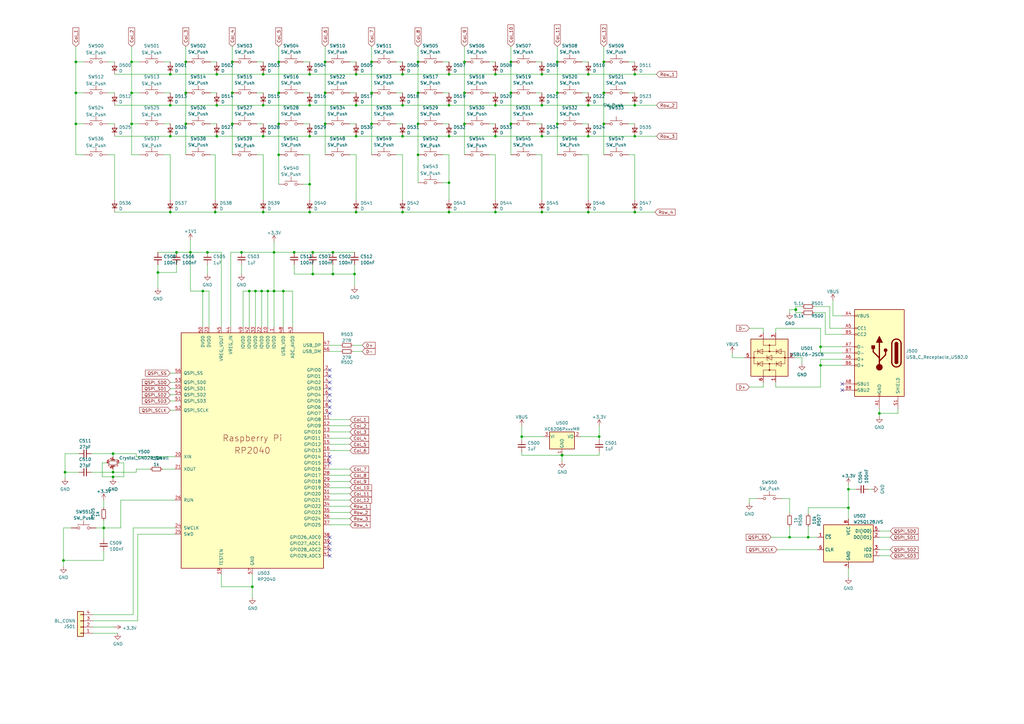
<source format=kicad_sch>
(kicad_sch (version 20211123) (generator eeschema)
  (paper "A3")
  (junction (at 241.3 55.88))
  (junction (at 245.745 179.07))
  (junction (at 247.65 25.4))
  (junction (at 323.85 220.345))
  (junction (at 171.45 25.4))
  (junction (at 127 86.995))
  (junction (at 127 30.48))
  (junction (at 31.115 25.4))
  (junction (at 146.05 30.48))
  (junction (at 76.2 50.8))
  (junction (at 109.855 119.38))
  (junction (at 114.3 50.8))
  (junction (at 88.265 86.995))
  (junction (at 120.65 103.505))
  (junction (at 114.3 63.5))
  (junction (at 260.35 43.18))
  (junction (at 26.035 229.87))
  (junction (at 171.45 63.5))
  (junction (at 152.4 38.1))
  (junction (at 213.995 179.07))
  (junction (at 222.25 55.88))
  (junction (at 203.2 30.48))
  (junction (at 127 43.18))
  (junction (at 69.85 30.48))
  (junction (at 116.205 119.38))
  (junction (at 203.2 86.995))
  (junction (at 146.05 86.995))
  (junction (at 331.47 220.345))
  (junction (at 102.235 119.38))
  (junction (at 165.1 30.48))
  (junction (at 184.15 86.995))
  (junction (at 69.85 86.995))
  (junction (at 165.1 86.995))
  (junction (at 247.65 50.8))
  (junction (at 241.3 43.18))
  (junction (at 230.505 186.69) (diameter 1.016))
  (junction (at 46.355 186.055))
  (junction (at 241.3 86.995))
  (junction (at 133.35 50.8))
  (junction (at 222.25 86.995))
  (junction (at 209.55 50.8))
  (junction (at 72.39 103.505))
  (junction (at 360.68 169.545))
  (junction (at 165.1 43.18))
  (junction (at 114.3 38.1))
  (junction (at 260.35 86.995))
  (junction (at 46.355 195.58))
  (junction (at 88.9 55.88))
  (junction (at 165.1 55.88))
  (junction (at 136.525 103.505))
  (junction (at 133.35 25.4))
  (junction (at 88.9 30.48))
  (junction (at 78.105 103.505))
  (junction (at 76.2 25.4))
  (junction (at 203.2 55.88))
  (junction (at 127 55.88))
  (junction (at 347.98 200.66))
  (junction (at 146.05 43.18))
  (junction (at 76.2 38.1))
  (junction (at 209.55 25.4))
  (junction (at 241.3 30.48))
  (junction (at 107.95 30.48))
  (junction (at 136.525 112.395))
  (junction (at 107.95 43.18))
  (junction (at 184.15 55.88))
  (junction (at 85.09 103.505))
  (junction (at 99.06 103.505))
  (junction (at 326.39 127) (diameter 1.016))
  (junction (at 83.185 119.38))
  (junction (at 228.6 38.1))
  (junction (at 103.505 240.665))
  (junction (at 247.65 38.1))
  (junction (at 127 75.565))
  (junction (at 133.35 38.1))
  (junction (at 69.85 43.18))
  (junction (at 53.975 25.4))
  (junction (at 347.98 208.28))
  (junction (at 190.5 25.4))
  (junction (at 46.355 193.675))
  (junction (at 146.05 55.88))
  (junction (at 228.6 50.8))
  (junction (at 64.77 111.76))
  (junction (at 88.9 43.18))
  (junction (at 107.95 55.88))
  (junction (at 128.27 112.395))
  (junction (at 145.415 112.395))
  (junction (at 336.55 149.86))
  (junction (at 128.27 103.505))
  (junction (at 31.115 38.1))
  (junction (at 203.2 43.18))
  (junction (at 209.55 38.1))
  (junction (at 95.25 38.1))
  (junction (at 114.3 25.4))
  (junction (at 336.55 142.24))
  (junction (at 190.5 38.1))
  (junction (at 260.35 30.48))
  (junction (at 222.25 30.48))
  (junction (at 95.25 50.8))
  (junction (at 190.5 50.8))
  (junction (at 171.45 50.8))
  (junction (at 31.115 50.8))
  (junction (at 184.15 74.93))
  (junction (at 53.975 50.8))
  (junction (at 152.4 25.4))
  (junction (at 107.95 86.995))
  (junction (at 260.35 55.88))
  (junction (at 95.25 25.4))
  (junction (at 42.545 216.535))
  (junction (at 112.395 119.38))
  (junction (at 107.315 119.38))
  (junction (at 184.15 30.48))
  (junction (at 152.4 50.8))
  (junction (at 53.975 38.1))
  (junction (at 26.67 193.675))
  (junction (at 222.25 43.18))
  (junction (at 112.395 103.505))
  (junction (at 69.85 55.88))
  (junction (at 104.775 119.38))
  (junction (at 228.6 25.4))
  (junction (at 171.45 38.1))
  (junction (at 184.15 43.18))
  (no_connect (at 135.255 189.865))
  (no_connect (at 135.255 161.925))
  (no_connect (at 345.44 160.02))
  (no_connect (at 135.255 187.325))
  (no_connect (at 135.255 220.345))
  (no_connect (at 135.255 156.845))
  (no_connect (at 135.255 151.765))
  (no_connect (at 345.44 157.48))
  (no_connect (at 135.255 159.385))
  (no_connect (at 135.255 154.305))
  (no_connect (at 135.255 222.885))
  (no_connect (at 135.255 169.545))
  (no_connect (at 135.255 167.005))
  (no_connect (at 135.255 225.425))
  (no_connect (at 135.255 227.965))
  (no_connect (at 135.255 164.465))
  (wire (pts (xy 46.99 30.48) (xy 69.85 30.48)))
  (wire (pts (xy 307.34 206.375) (xy 307.34 204.47)))
  (wire (pts (xy 238.76 50.8) (xy 241.3 50.8)))
  (wire (pts (xy 55.88 187.325) (xy 71.755 187.325)))
  (wire (pts (xy 326.39 125.73) (xy 326.39 127)))
  (wire (pts (xy 76.2 25.4) (xy 76.2 38.1)))
  (wire (pts (xy 162.56 63.5) (xy 165.1 63.5)))
  (wire (pts (xy 133.35 25.4) (xy 133.35 38.1)))
  (wire (pts (xy 238.76 38.1) (xy 241.3 38.1)))
  (wire (pts (xy 334.01 125.73) (xy 340.36 125.73)))
  (wire (pts (xy 67.31 25.4) (xy 69.85 25.4)))
  (wire (pts (xy 112.395 103.505) (xy 120.65 103.505)))
  (wire (pts (xy 120.65 112.395) (xy 128.27 112.395)))
  (wire (pts (xy 323.85 127) (xy 323.85 128.27)))
  (wire (pts (xy 53.975 25.4) (xy 57.15 25.4)))
  (wire (pts (xy 56.515 219.075) (xy 56.515 254.635)))
  (wire (pts (xy 64.77 111.76) (xy 64.77 118.11)))
  (wire (pts (xy 76.2 50.8) (xy 76.2 63.5)))
  (wire (pts (xy 200.66 50.8) (xy 203.2 50.8)))
  (wire (pts (xy 95.25 25.4) (xy 95.25 38.1)))
  (wire (pts (xy 114.3 38.1) (xy 114.3 50.8)))
  (wire (pts (xy 107.315 119.38) (xy 107.315 133.985)))
  (wire (pts (xy 148.59 144.145) (xy 144.78 144.145)))
  (wire (pts (xy 37.465 193.675) (xy 46.355 193.675)))
  (wire (pts (xy 184.15 63.5) (xy 181.61 63.5)))
  (wire (pts (xy 99.695 119.38) (xy 102.235 119.38)))
  (wire (pts (xy 300.355 146.685) (xy 300.355 144.78)))
  (wire (pts (xy 102.235 119.38) (xy 102.235 133.985)))
  (wire (pts (xy 128.27 103.505) (xy 136.525 103.505)))
  (wire (pts (xy 53.975 19.05) (xy 53.975 25.4)))
  (wire (pts (xy 318.77 225.425) (xy 335.28 225.425)))
  (wire (pts (xy 26.67 186.055) (xy 26.67 193.675)))
  (wire (pts (xy 99.06 103.505) (xy 112.395 103.505)))
  (wire (pts (xy 95.25 50.8) (xy 95.25 63.5)))
  (wire (pts (xy 46.355 193.675) (xy 55.88 193.675)))
  (wire (pts (xy 326.39 128.27) (xy 328.93 128.27)))
  (wire (pts (xy 69.85 86.995) (xy 88.265 86.995)))
  (wire (pts (xy 228.6 25.4) (xy 228.6 38.1)))
  (wire (pts (xy 184.15 86.995) (xy 203.2 86.995)))
  (wire (pts (xy 143.51 184.785) (xy 135.255 184.785)))
  (wire (pts (xy 66.675 192.405) (xy 71.755 192.405)))
  (wire (pts (xy 146.05 30.48) (xy 165.1 30.48)))
  (wire (pts (xy 107.95 30.48) (xy 127 30.48)))
  (wire (pts (xy 54.61 252.095) (xy 54.61 216.535)))
  (wire (pts (xy 357.505 200.66) (xy 356.235 200.66)))
  (wire (pts (xy 146.05 63.5) (xy 146.05 81.915)))
  (wire (pts (xy 171.45 50.8) (xy 171.45 63.5)))
  (wire (pts (xy 26.67 193.675) (xy 26.67 196.215)))
  (wire (pts (xy 112.395 119.38) (xy 116.205 119.38)))
  (wire (pts (xy 41.91 189.865) (xy 41.91 195.58)))
  (wire (pts (xy 67.31 63.5) (xy 69.85 63.5)))
  (wire (pts (xy 368.3 169.545) (xy 360.68 169.545)))
  (wire (pts (xy 165.1 43.18) (xy 184.15 43.18)))
  (wire (pts (xy 76.2 19.05) (xy 76.2 25.4)))
  (wire (pts (xy 190.5 25.4) (xy 190.5 38.1)))
  (wire (pts (xy 69.85 156.845) (xy 71.755 156.845)))
  (wire (pts (xy 181.61 50.8) (xy 184.15 50.8)))
  (wire (pts (xy 347.98 200.66) (xy 347.98 208.28)))
  (wire (pts (xy 86.36 63.5) (xy 88.265 63.5)))
  (wire (pts (xy 143.51 172.085) (xy 135.255 172.085)))
  (wire (pts (xy 38.1 257.175) (xy 46.99 257.175)))
  (wire (pts (xy 148.59 141.605) (xy 144.78 141.605)))
  (wire (pts (xy 88.9 30.48) (xy 107.95 30.48)))
  (wire (pts (xy 133.35 50.8) (xy 133.985 50.8)))
  (wire (pts (xy 219.71 25.4) (xy 222.25 25.4)))
  (wire (pts (xy 247.65 19.05) (xy 247.65 25.4)))
  (wire (pts (xy 323.85 210.82) (xy 323.85 204.47)))
  (wire (pts (xy 320.675 204.47) (xy 323.85 204.47)))
  (wire (pts (xy 336.55 142.24) (xy 336.55 134.62)))
  (wire (pts (xy 331.47 220.345) (xy 335.28 220.345)))
  (wire (pts (xy 124.46 38.1) (xy 127 38.1)))
  (wire (pts (xy 109.855 119.38) (xy 112.395 119.38)))
  (wire (pts (xy 116.205 119.38) (xy 116.205 133.985)))
  (wire (pts (xy 146.05 86.995) (xy 165.1 86.995)))
  (wire (pts (xy 67.31 38.1) (xy 69.85 38.1)))
  (wire (pts (xy 323.85 215.9) (xy 323.85 220.345)))
  (wire (pts (xy 39.37 216.535) (xy 42.545 216.535)))
  (wire (pts (xy 184.15 55.88) (xy 203.2 55.88)))
  (wire (pts (xy 31.115 50.8) (xy 31.115 63.5)))
  (wire (pts (xy 318.135 134.62) (xy 318.135 136.525)))
  (wire (pts (xy 124.46 25.4) (xy 127 25.4)))
  (wire (pts (xy 31.115 38.1) (xy 31.115 50.8)))
  (wire (pts (xy 222.25 63.5) (xy 222.25 81.915)))
  (wire (pts (xy 323.85 220.345) (xy 331.47 220.345)))
  (wire (pts (xy 209.55 50.8) (xy 209.55 63.5)))
  (wire (pts (xy 104.775 119.38) (xy 104.775 133.985)))
  (wire (pts (xy 85.09 103.505) (xy 90.805 103.505)))
  (wire (pts (xy 31.115 25.4) (xy 34.29 25.4)))
  (wire (pts (xy 69.85 63.5) (xy 69.85 81.915)))
  (wire (pts (xy 38.1 252.095) (xy 54.61 252.095)))
  (wire (pts (xy 146.05 55.88) (xy 165.1 55.88)))
  (wire (pts (xy 340.36 125.73) (xy 340.36 134.62)))
  (wire (pts (xy 143.51 200.025) (xy 135.255 200.025)))
  (wire (pts (xy 107.95 55.88) (xy 127 55.88)))
  (wire (pts (xy 107.95 43.18) (xy 127 43.18)))
  (wire (pts (xy 328.93 125.73) (xy 326.39 125.73)))
  (wire (pts (xy 69.85 168.275) (xy 71.755 168.275)))
  (wire (pts (xy 257.81 25.4) (xy 260.35 25.4)))
  (wire (pts (xy 105.41 38.1) (xy 107.95 38.1)))
  (wire (pts (xy 326.39 127) (xy 326.39 128.27)))
  (wire (pts (xy 260.35 43.18) (xy 269.24 43.18)))
  (wire (pts (xy 360.68 169.545) (xy 360.68 167.64)))
  (wire (pts (xy 139.7 144.145) (xy 135.255 144.145)))
  (wire (pts (xy 360.68 170.815) (xy 360.68 169.545)))
  (wire (pts (xy 83.185 119.38) (xy 85.725 119.38)))
  (wire (pts (xy 260.35 55.88) (xy 269.24 55.88)))
  (wire (pts (xy 46.355 195.58) (xy 46.355 196.215)))
  (wire (pts (xy 190.5 38.1) (xy 190.5 50.8)))
  (wire (pts (xy 313.055 156.845) (xy 313.055 158.75)))
  (wire (pts (xy 345.44 142.24) (xy 336.55 142.24)))
  (wire (pts (xy 209.55 19.05) (xy 209.55 25.4)))
  (wire (pts (xy 128.27 112.395) (xy 128.27 108.585)))
  (wire (pts (xy 340.36 134.62) (xy 345.44 134.62)))
  (wire (pts (xy 245.745 185.42) (xy 245.745 186.69)))
  (wire (pts (xy 127 55.88) (xy 146.05 55.88)))
  (wire (pts (xy 203.2 63.5) (xy 203.2 81.915)))
  (wire (pts (xy 190.5 19.05) (xy 190.5 25.4)))
  (wire (pts (xy 116.205 119.38) (xy 120.015 119.38)))
  (wire (pts (xy 31.115 63.5) (xy 34.29 63.5)))
  (wire (pts (xy 90.805 103.505) (xy 90.805 133.985)))
  (wire (pts (xy 360.68 220.345) (xy 365.125 220.345)))
  (wire (pts (xy 247.65 38.1) (xy 247.65 50.8)))
  (wire (pts (xy 143.51 63.5) (xy 146.05 63.5)))
  (wire (pts (xy 345.44 149.86) (xy 336.55 149.86)))
  (wire (pts (xy 95.25 38.1) (xy 95.25 50.8)))
  (wire (pts (xy 136.525 112.395) (xy 145.415 112.395)))
  (wire (pts (xy 120.015 119.38) (xy 120.015 133.985)))
  (wire (pts (xy 241.3 63.5) (xy 241.3 81.915)))
  (wire (pts (xy 31.115 19.05) (xy 31.115 25.4)))
  (wire (pts (xy 360.68 225.425) (xy 365.125 225.425)))
  (wire (pts (xy 143.51 202.565) (xy 135.255 202.565)))
  (wire (pts (xy 184.15 43.18) (xy 203.2 43.18)))
  (wire (pts (xy 44.45 50.8) (xy 46.99 50.8)))
  (wire (pts (xy 345.44 144.78) (xy 336.55 144.78)))
  (wire (pts (xy 38.1 259.715) (xy 48.26 259.715)))
  (wire (pts (xy 336.55 158.75) (xy 318.135 158.75)))
  (wire (pts (xy 107.315 119.38) (xy 109.855 119.38)))
  (wire (pts (xy 184.15 81.915) (xy 184.15 74.93)))
  (wire (pts (xy 143.51 182.245) (xy 135.255 182.245)))
  (wire (pts (xy 200.66 25.4) (xy 203.2 25.4)))
  (wire (pts (xy 209.55 25.4) (xy 209.55 38.1)))
  (wire (pts (xy 46.355 195.58) (xy 50.8 195.58)))
  (wire (pts (xy 162.56 25.4) (xy 165.1 25.4)))
  (wire (pts (xy 102.235 119.38) (xy 104.775 119.38)))
  (wire (pts (xy 78.105 103.505) (xy 85.09 103.505)))
  (wire (pts (xy 181.61 38.1) (xy 184.15 38.1)))
  (wire (pts (xy 50.8 195.58) (xy 50.8 189.865)))
  (wire (pts (xy 103.505 245.11) (xy 103.505 240.665)))
  (wire (pts (xy 241.3 86.995) (xy 260.35 86.995)))
  (wire (pts (xy 328.93 146.685) (xy 328.93 149.225)))
  (wire (pts (xy 44.45 38.1) (xy 46.99 38.1)))
  (wire (pts (xy 69.85 164.465) (xy 71.755 164.465)))
  (wire (pts (xy 76.2 38.1) (xy 76.2 50.8)))
  (wire (pts (xy 53.975 50.8) (xy 53.975 63.5)))
  (wire (pts (xy 345.44 129.54) (xy 341.63 129.54)))
  (wire (pts (xy 127 43.18) (xy 146.05 43.18)))
  (wire (pts (xy 124.46 50.8) (xy 127 50.8)))
  (wire (pts (xy 143.51 174.625) (xy 135.255 174.625)))
  (wire (pts (xy 139.7 141.605) (xy 135.255 141.605)))
  (wire (pts (xy 347.98 236.855) (xy 347.98 233.045)))
  (wire (pts (xy 127 75.565) (xy 127 81.915)))
  (wire (pts (xy 133.35 19.05) (xy 133.35 25.4)))
  (wire (pts (xy 42.545 226.06) (xy 42.545 229.87)))
  (wire (pts (xy 54.61 216.535) (xy 71.755 216.535)))
  (wire (pts (xy 213.995 174.625) (xy 213.995 179.07)))
  (wire (pts (xy 46.355 186.055) (xy 55.88 186.055)))
  (wire (pts (xy 181.61 25.4) (xy 184.15 25.4)))
  (wire (pts (xy 222.25 86.995) (xy 241.3 86.995)))
  (wire (pts (xy 72.39 108.585) (xy 72.39 111.76)))
  (wire (pts (xy 103.505 240.665) (xy 103.505 235.585)))
  (wire (pts (xy 69.85 55.88) (xy 88.9 55.88)))
  (wire (pts (xy 86.36 50.8) (xy 88.9 50.8)))
  (wire (pts (xy 247.65 50.8) (xy 247.65 63.5)))
  (wire (pts (xy 37.465 186.055) (xy 46.355 186.055)))
  (wire (pts (xy 53.975 50.8) (xy 57.15 50.8)))
  (wire (pts (xy 345.44 137.16) (xy 338.455 137.16)))
  (wire (pts (xy 307.34 158.75) (xy 313.055 158.75)))
  (wire (pts (xy 112.395 119.38) (xy 112.395 103.505)))
  (wire (pts (xy 120.65 112.395) (xy 120.65 108.585)))
  (wire (pts (xy 213.995 180.34) (xy 213.995 179.07)))
  (wire (pts (xy 152.4 19.05) (xy 152.4 25.4)))
  (wire (pts (xy 114.3 50.8) (xy 114.3 63.5)))
  (wire (pts (xy 360.68 227.965) (xy 365.125 227.965)))
  (wire (pts (xy 94.615 103.505) (xy 99.06 103.505)))
  (wire (pts (xy 331.47 208.28) (xy 347.98 208.28)))
  (wire (pts (xy 69.85 159.385) (xy 71.755 159.385)))
  (wire (pts (xy 69.85 43.18) (xy 88.9 43.18)))
  (wire (pts (xy 114.3 25.4) (xy 114.3 38.1)))
  (wire (pts (xy 347.98 200.66) (xy 351.155 200.66)))
  (wire (pts (xy 325.755 146.685) (xy 328.93 146.685)))
  (wire (pts (xy 26.67 193.675) (xy 32.385 193.675)))
  (wire (pts (xy 203.2 55.88) (xy 222.25 55.88)))
  (wire (pts (xy 53.975 38.1) (xy 57.15 38.1)))
  (wire (pts (xy 318.135 158.75) (xy 318.135 156.845)))
  (wire (pts (xy 133.35 50.8) (xy 133.35 63.5)))
  (wire (pts (xy 46.355 192.405) (xy 46.355 193.675)))
  (wire (pts (xy 213.995 179.07) (xy 222.885 179.07)))
  (wire (pts (xy 127 63.5) (xy 127 75.565)))
  (wire (pts (xy 171.45 63.5) (xy 171.45 74.93)))
  (wire (pts (xy 203.2 43.18) (xy 222.25 43.18)))
  (wire (pts (xy 53.975 25.4) (xy 53.975 38.1)))
  (wire (pts (xy 43.815 189.865) (xy 41.91 189.865)))
  (wire (pts (xy 241.3 30.48) (xy 260.35 30.48)))
  (wire (pts (xy 143.51 197.485) (xy 135.255 197.485)))
  (wire (pts (xy 200.66 63.5) (xy 203.2 63.5)))
  (wire (pts (xy 222.25 30.48) (xy 241.3 30.48)))
  (wire (pts (xy 78.105 119.38) (xy 83.185 119.38)))
  (wire (pts (xy 213.995 185.42) (xy 213.995 186.69)))
  (wire (pts (xy 50.8 189.865) (xy 48.895 189.865)))
  (wire (pts (xy 165.1 86.995) (xy 184.15 86.995)))
  (wire (pts (xy 219.71 38.1) (xy 222.25 38.1)))
  (wire (pts (xy 120.65 103.505) (xy 128.27 103.505)))
  (wire (pts (xy 90.805 235.585) (xy 90.805 240.665)))
  (wire (pts (xy 143.51 205.105) (xy 135.255 205.105)))
  (wire (pts (xy 209.55 38.1) (xy 209.55 50.8)))
  (wire (pts (xy 238.125 179.07) (xy 245.745 179.07)))
  (wire (pts (xy 171.45 25.4) (xy 171.45 38.1)))
  (wire (pts (xy 165.1 55.88) (xy 184.15 55.88)))
  (wire (pts (xy 238.76 63.5) (xy 241.3 63.5)))
  (wire (pts (xy 360.68 217.805) (xy 365.125 217.805)))
  (wire (pts (xy 213.995 186.69) (xy 230.505 186.69)))
  (wire (pts (xy 133.35 38.1) (xy 133.35 50.8)))
  (wire (pts (xy 55.88 192.405) (xy 55.88 193.675)))
  (wire (pts (xy 88.9 43.18) (xy 107.95 43.18)))
  (wire (pts (xy 260.35 30.48) (xy 269.24 30.48)))
  (wire (pts (xy 336.55 144.78) (xy 336.55 142.24)))
  (wire (pts (xy 67.31 50.8) (xy 69.85 50.8)))
  (wire (pts (xy 257.81 50.8) (xy 260.35 50.8)))
  (wire (pts (xy 307.34 204.47) (xy 310.515 204.47)))
  (wire (pts (xy 190.5 50.8) (xy 190.5 63.5)))
  (wire (pts (xy 368.3 167.64) (xy 368.3 169.545)))
  (wire (pts (xy 136.525 103.505) (xy 145.415 103.505)))
  (wire (pts (xy 44.45 25.4) (xy 46.99 25.4)))
  (wire (pts (xy 99.06 108.585) (xy 99.06 112.395)))
  (wire (pts (xy 83.185 133.985) (xy 83.185 119.38)))
  (wire (pts (xy 146.05 43.18) (xy 165.1 43.18)))
  (wire (pts (xy 336.55 147.32) (xy 345.44 147.32)))
  (wire (pts (xy 165.1 63.5) (xy 165.1 81.915)))
  (wire (pts (xy 26.035 232.41) (xy 26.035 229.87)))
  (wire (pts (xy 338.455 128.27) (xy 334.01 128.27)))
  (wire (pts (xy 228.6 50.8) (xy 228.6 63.5)))
  (wire (pts (xy 245.745 180.34) (xy 245.745 179.07)))
  (wire (pts (xy 143.51 177.165) (xy 135.255 177.165)))
  (wire (pts (xy 127 86.995) (xy 146.05 86.995)))
  (wire (pts (xy 105.41 50.8) (xy 107.95 50.8)))
  (wire (pts (xy 336.55 134.62) (xy 318.135 134.62)))
  (wire (pts (xy 26.035 229.87) (xy 42.545 229.87)))
  (wire (pts (xy 86.36 25.4) (xy 88.9 25.4)))
  (wire (pts (xy 69.85 153.035) (xy 71.755 153.035)))
  (wire (pts (xy 105.41 63.5) (xy 107.95 63.5)))
  (wire (pts (xy 72.39 111.76) (xy 64.77 111.76)))
  (wire (pts (xy 347.98 198.755) (xy 347.98 200.66)))
  (wire (pts (xy 143.51 194.945) (xy 135.255 194.945)))
  (wire (pts (xy 112.395 103.505) (xy 112.395 99.06)))
  (wire (pts (xy 69.85 30.48) (xy 88.9 30.48)))
  (wire (pts (xy 305.435 146.685) (xy 300.355 146.685)))
  (wire (pts (xy 222.25 43.18) (xy 241.3 43.18)))
  (wire (pts (xy 331.47 210.82) (xy 331.47 208.28)))
  (wire (pts (xy 124.46 75.565) (xy 127 75.565)))
  (wire (pts (xy 88.9 55.88) (xy 107.95 55.88)))
  (wire (pts (xy 336.55 149.86) (xy 336.55 147.32)))
  (wire (pts (xy 257.81 63.5) (xy 260.35 63.5)))
  (wire (pts (xy 114.3 63.5) (xy 114.3 75.565)))
  (wire (pts (xy 313.055 136.525) (xy 313.055 134.62)))
  (wire (pts (xy 127 30.48) (xy 146.05 30.48)))
  (wire (pts (xy 46.99 55.88) (xy 69.85 55.88)))
  (wire (pts (xy 85.09 108.585) (xy 85.09 112.395)))
  (wire (pts (xy 143.51 210.185) (xy 135.255 210.185)))
  (wire (pts (xy 112.395 119.38) (xy 112.395 133.985)))
  (wire (pts (xy 42.545 213.36) (xy 42.545 216.535)))
  (wire (pts (xy 107.95 63.5) (xy 107.95 81.915)))
  (wire (pts (xy 32.385 186.055) (xy 26.67 186.055)))
  (wire (pts (xy 46.99 43.18) (xy 69.85 43.18)))
  (wire (pts (xy 49.53 216.535) (xy 42.545 216.535)))
  (wire (pts (xy 85.725 133.985) (xy 85.725 119.38)))
  (wire (pts (xy 260.35 86.995) (xy 268.605 86.995)))
  (wire (pts (xy 46.99 63.5) (xy 46.99 81.915)))
  (wire (pts (xy 341.63 123.19) (xy 341.63 129.54)))
  (wire (pts (xy 31.115 25.4) (xy 31.115 38.1)))
  (wire (pts (xy 78.105 98.425) (xy 78.105 103.505)))
  (wire (pts (xy 152.4 25.4) (xy 152.4 38.1)))
  (wire (pts (xy 88.265 63.5) (xy 88.265 81.915)))
  (wire (pts (xy 55.88 192.405) (xy 61.595 192.405)))
  (wire (pts (xy 162.56 50.8) (xy 165.1 50.8)))
  (wire (pts (xy 136.525 112.395) (xy 136.525 108.585)))
  (wire (pts (xy 86.36 38.1) (xy 88.9 38.1)))
  (wire (pts (xy 336.55 149.86) (xy 336.55 158.75)))
  (wire (pts (xy 219.71 50.8) (xy 222.25 50.8)))
  (wire (pts (xy 241.3 55.88) (xy 260.35 55.88)))
  (wire (pts (xy 88.265 86.995) (xy 107.95 86.995)))
  (wire (pts (xy 71.755 205.105) (xy 49.53 205.105)))
  (wire (pts (xy 228.6 38.1) (xy 228.6 50.8)))
  (wire (pts (xy 41.91 195.58) (xy 46.355 195.58)))
  (wire (pts (xy 245.745 186.69) (xy 230.505 186.69)))
  (wire (pts (xy 222.25 63.5) (xy 219.71 63.5)))
  (wire (pts (xy 46.99 86.995) (xy 69.85 86.995)))
  (wire (pts (xy 145.415 112.395) (xy 145.415 117.475)))
  (wire (pts (xy 109.855 119.38) (xy 109.855 133.985)))
  (wire (pts (xy 316.23 220.345) (xy 323.85 220.345)))
  (wire (pts (xy 26.035 216.535) (xy 29.21 216.535)))
  (wire (pts (xy 203.2 30.48) (xy 222.25 30.48)))
  (wire (pts (xy 49.53 205.105) (xy 49.53 216.535)))
  (wire (pts (xy 241.3 43.18) (xy 260.35 43.18)))
  (wire (pts (xy 55.88 186.055) (xy 55.88 187.325)))
  (wire (pts (xy 152.4 50.8) (xy 152.4 63.5)))
  (wire (pts (xy 124.46 63.5) (xy 127 63.5)))
  (wire (pts (xy 42.545 205.105) (xy 42.545 208.28)))
  (wire (pts (xy 42.545 216.535) (xy 42.545 220.98)))
  (wire (pts (xy 64.77 108.585) (xy 64.77 111.76)))
  (wire (pts (xy 347.98 208.28) (xy 347.98 212.725)))
  (wire (pts (xy 104.775 119.38) (xy 107.315 119.38)))
  (wire (pts (xy 143.51 215.265) (xy 135.255 215.265)))
  (wire (pts (xy 230.505 189.23) (xy 230.505 186.69)))
  (wire (pts (xy 203.2 86.995) (xy 222.25 86.995)))
  (wire (pts (xy 95.25 19.05) (xy 95.25 25.4)))
  (wire (pts (xy 44.45 63.5) (xy 46.99 63.5)))
  (wire (pts (xy 184.15 30.48) (xy 203.2 30.48)))
  (wire (pts (xy 31.115 50.8) (xy 34.29 50.8)))
  (wire (pts (xy 143.51 207.645) (xy 135.255 207.645)))
  (wire (pts (xy 31.115 38.1) (xy 34.29 38.1)))
  (wire (pts (xy 69.85 161.925) (xy 71.755 161.925)))
  (wire (pts (xy 107.95 86.995) (xy 127 86.995)))
  (wire (pts (xy 165.1 30.48) (xy 184.15 30.48)))
  (wire (pts (xy 145.415 112.395) (xy 145.415 108.585)))
  (wire (pts (xy 307.34 134.62) (xy 313.055 134.62)))
  (wire (pts (xy 331.47 215.9) (xy 331.47 220.345)))
  (wire (pts (xy 257.81 38.1) (xy 260.35 38.1)))
  (wire (pts (xy 238.76 25.4) (xy 241.3 25.4)))
  (wire (pts (xy 46.355 186.055) (xy 46.355 187.325)))
  (wire (pts (xy 162.56 38.1) (xy 165.1 38.1)))
  (wire (pts (xy 260.35 63.5) (xy 260.35 81.915)))
  (wire (pts (xy 143.51 38.1) (xy 146.05 38.1)))
  (wire (pts (xy 71.755 219.075) (xy 56.515 219.075)))
  (wire (pts (xy 171.45 19.05) (xy 171.45 25.4)))
  (wire (pts (xy 338.455 137.16) (xy 338.455 128.27)))
  (wire (pts (xy 114.3 19.05) (xy 114.3 25.4)))
  (wire (pts (xy 247.65 25.4) (xy 247.65 38.1)))
  (wire (pts (xy 90.805 240.665) (xy 103.505 240.665)))
  (wire (pts (xy 171.45 38.1) (xy 171.45 50.8)))
  (wire (pts (xy 184.15 74.93) (xy 184.15 63.5)))
  (wire (pts (xy 128.27 112.395) (xy 136.525 112.395)))
  (wire (pts (xy 228.6 19.05) (xy 228.6 25.4)))
  (wire (pts (xy 143.51 179.705) (xy 135.255 179.705)))
  (wire (pts (xy 152.4 38.1) (xy 152.4 50.8)))
  (wire (pts (xy 245.745 174.625) (xy 245.745 179.07)))
  (wire (pts (xy 78.105 103.505) (xy 78.105 119.38)))
  (wire (pts (xy 143.51 212.725) (xy 135.255 212.725)))
  (wire (pts (xy 64.77 103.505) (xy 72.39 103.505)))
  (wire (pts (xy 200.66 38.1) (xy 203.2 38.1)))
  (wire (pts (xy 222.25 55.88) (xy 241.3 55.88)))
  (wire (pts (xy 143.51 50.8) (xy 146.05 50.8)))
  (wire (pts (xy 38.1 254.635) (xy 56.515 254.635)))
  (wire (pts (xy 181.61 74.93) (xy 184.15 74.93)))
  (wire (pts (xy 72.39 103.505) (xy 78.105 103.505)))
  (wire (pts (xy 94.615 103.505) (xy 94.615 133.985)))
  (wire (pts (xy 53.975 63.5) (xy 57.15 63.5)))
  (wire (pts (xy 99.695 133.985) (xy 99.695 119.38)))
  (wire (pts (xy 143.51 192.405) (xy 135.255 192.405)))
  (wire (pts (xy 143.51 25.4) (xy 146.05 25.4)))
  (wire (pts (xy 326.39 127) (xy 323.85 127)))
  (wire (pts (xy 105.41 25.4) (xy 107.95 25.4)))
  (wire (pts (xy 26.035 229.87) (xy 26.035 216.535)))
  (wire (pts (xy 53.975 38.1) (xy 53.975 50.8)))
  (global_label "QSPI_SCLK" (shape input) (at 69.85 168.275 180) (property "Intersheet References" "${INTERSHEET_REFS}" (effects hide)))
  (global_label "QSPI_SD0" (shape input) (at 365.125 217.805 0) (property "Intersheet References" "${INTERSHEET_REFS}" (effects hide)))
  (global_label "QSPI_SD1" (shape input) (at 365.125 220.345 0) (property "Intersheet References" "${INTERSHEET_REFS}" (effects hide)))
  (global_label "Col_6" (shape input) (at 143.51 184.785 0) (property "Intersheet References" "${INTERSHEET_REFS}" (effects hide)))
  (global_label "Row_1" (shape input) (at 269.24 30.48 0) (property "Intersheet References" "${INTERSHEET_REFS}" (effects hide)))
  (global_label "Row_4" (shape input) (at 143.51 215.265 0) (property "Intersheet References" "${INTERSHEET_REFS}" (effects hide)))
  (global_label "QSPI_SS" (shape input) (at 316.23 220.345 180) (property "Intersheet References" "${INTERSHEET_REFS}" (effects hide)))
  (global_label "QSPI_SD2" (shape input) (at 69.85 161.925 180) (property "Intersheet References" "${INTERSHEET_REFS}" (effects hide)))
  (global_label "QSPI_SD1" (shape input) (at 69.85 159.385 180) (property "Intersheet References" "${INTERSHEET_REFS}" (effects hide)))
  (global_label "Row_2" (shape input) (at 143.51 210.185 0) (property "Intersheet References" "${INTERSHEET_REFS}" (effects hide)))
  (global_label "Col_12" (shape input) (at 247.65 19.05 90) (property "Intersheet References" "${INTERSHEET_REFS}" (effects hide)))
  (global_label "QSPI_SD3" (shape input) (at 69.85 164.465 180) (property "Intersheet References" "${INTERSHEET_REFS}" (effects hide)))
  (global_label "Row_2" (shape input) (at 269.24 43.18 0) (property "Intersheet References" "${INTERSHEET_REFS}" (effects hide)))
  (global_label "Col_8" (shape input) (at 143.51 194.945 0) (property "Intersheet References" "${INTERSHEET_REFS}" (effects hide)))
  (global_label "Col_9" (shape input) (at 143.51 197.485 0) (property "Intersheet References" "${INTERSHEET_REFS}" (effects hide)))
  (global_label "D+" (shape input) (at 148.59 141.605 0) (property "Intersheet References" "${INTERSHEET_REFS}" (effects hide)))
  (global_label "Col_3" (shape input) (at 76.2 19.05 90) (property "Intersheet References" "${INTERSHEET_REFS}" (effects hide)))
  (global_label "Col_4" (shape input) (at 95.25 19.05 90) (property "Intersheet References" "${INTERSHEET_REFS}" (effects hide)))
  (global_label "Row_4" (shape input) (at 268.605 86.995 0) (property "Intersheet References" "${INTERSHEET_REFS}" (effects hide)))
  (global_label "Col_8" (shape input) (at 171.45 19.05 90) (property "Intersheet References" "${INTERSHEET_REFS}" (effects hide)))
  (global_label "D+" (shape input) (at 307.34 158.75 180) (property "Intersheet References" "${INTERSHEET_REFS}" (effects hide)))
  (global_label "Col_2" (shape input) (at 143.51 174.625 0) (property "Intersheet References" "${INTERSHEET_REFS}" (effects hide)))
  (global_label "Col_5" (shape input) (at 143.51 182.245 0) (property "Intersheet References" "${INTERSHEET_REFS}" (effects hide)))
  (global_label "Col_1" (shape input) (at 31.115 19.05 90) (property "Intersheet References" "${INTERSHEET_REFS}" (effects hide)))
  (global_label "QSPI_SD0" (shape input) (at 69.85 156.845 180) (property "Intersheet References" "${INTERSHEET_REFS}" (effects hide)))
  (global_label "Col_7" (shape input) (at 152.4 19.05 90) (property "Intersheet References" "${INTERSHEET_REFS}" (effects hide)))
  (global_label "Row_3" (shape input) (at 269.24 55.88 0) (property "Intersheet References" "${INTERSHEET_REFS}" (effects hide)))
  (global_label "Row_1" (shape input) (at 143.51 207.645 0) (property "Intersheet References" "${INTERSHEET_REFS}" (effects hide)))
  (global_label "D-" (shape input) (at 148.59 144.145 0) (property "Intersheet References" "${INTERSHEET_REFS}" (effects hide)))
  (global_label "Col_11" (shape input) (at 143.51 202.565 0) (property "Intersheet References" "${INTERSHEET_REFS}" (effects hide)))
  (global_label "Col_2" (shape input) (at 53.975 19.05 90) (property "Intersheet References" "${INTERSHEET_REFS}" (effects hide)))
  (global_label "QSPI_SD2" (shape input) (at 365.125 225.425 0) (property "Intersheet References" "${INTERSHEET_REFS}" (effects hide)))
  (global_label "Col_10" (shape input) (at 209.55 19.05 90) (property "Intersheet References" "${INTERSHEET_REFS}" (effects hide)))
  (global_label "QSPI_SS" (shape input) (at 69.85 153.035 180) (property "Intersheet References" "${INTERSHEET_REFS}" (effects hide)))
  (global_label "Col_10" (shape input) (at 143.51 200.025 0) (property "Intersheet References" "${INTERSHEET_REFS}" (effects hide)))
  (global_label "QSPI_SD3" (shape input) (at 365.125 227.965 0) (property "Intersheet References" "${INTERSHEET_REFS}" (effects hide)))
  (global_label "D-" (shape input) (at 307.34 134.62 180) (property "Intersheet References" "${INTERSHEET_REFS}" (effects hide)))
  (global_label "Col_12" (shape input) (at 143.51 205.105 0) (property "Intersheet References" "${INTERSHEET_REFS}" (effects hide)))
  (global_label "Col_5" (shape input) (at 114.3 19.05 90) (property "Intersheet References" "${INTERSHEET_REFS}" (effects hide)))
  (global_label "Col_3" (shape input) (at 143.51 177.165 0) (property "Intersheet References" "${INTERSHEET_REFS}" (effects hide)))
  (global_label "Col_11" (shape input) (at 228.6 19.05 90) (property "Intersheet References" "${INTERSHEET_REFS}" (effects hide)))
  (global_label "Col_9" (shape input) (at 190.5 19.05 90) (property "Intersheet References" "${INTERSHEET_REFS}" (effects hide)))
  (global_label "QSPI_SCLK" (shape input) (at 318.77 225.425 180) (property "Intersheet References" "${INTERSHEET_REFS}" (effects hide)))
  (global_label "Col_6" (shape input) (at 133.35 19.05 90) (property "Intersheet References" "${INTERSHEET_REFS}" (effects hide)))
  (global_label "Col_1" (shape input) (at 143.51 172.085 0) (property "Intersheet References" "${INTERSHEET_REFS}" (effects hide)))
  (global_label "Col_4" (shape input) (at 143.51 179.705 0) (property "Intersheet References" "${INTERSHEET_REFS}" (effects hide)))
  (global_label "Row_3" (shape input) (at 143.51 212.725 0) (property "Intersheet References" "${INTERSHEET_REFS}" (effects hide)))
  (global_label "Col_7" (shape input) (at 143.51 192.405 0) (property "Intersheet References" "${INTERSHEET_REFS}" (effects hide)))
  (symbol (lib_id "Device:R_Small") (at 142.24 144.145 90) (unit 1)
    (property "Reference" "R502" (at 142.24 148.59 90))
    (property "Value" "27R" (at 142.24 146.685 90))
    (property "Footprint" "Resistor_SMD:R_0402_1005Metric" (effects hide))
  )
  (symbol (lib_id "Device:C_Small") (at 136.525 106.045 0) (unit 1)
    (property "Reference" "C502" (at 138.8491 105.2166 0) (effects (justify left)))
    (property "Value" "100nF" (at 138.8491 107.7535 0) (effects (justify left)))
    (property "Footprint" "Capacitor_SMD:C_0402_1005Metric" (effects hide))
  )
  (symbol (lib_id "power:VBUS") (at 300.355 144.78 0) (unit 1)
    (property "Reference" "#PWR018" (effects hide))
    (property "Value" "VBUS" (at 300.355 141.2042 0))
  )
  (symbol (lib_id "Device:D_Small") (at 107.95 40.64 90) (unit 1)
    (property "Reference" "D515" (at 109.728 39.4716 90) (effects (justify right)))
    (property "Value" "D" (at 109.728 41.783 90) (effects (justify right)))
    (property "Footprint" "weteor:D_SOD-123" (effects hide))
  )
  (symbol (lib_id "Switch:SW_Push") (at 81.28 25.4 0) (unit 1)
    (property "Reference" "SW502" (at 81.28 18.7792 0))
    (property "Value" "SW_Push" (at 81.28 21.3161 0))
    (property "Footprint" "weteor:CherryMX_Hotswap" (effects hide))
  )
  (symbol (lib_id "Device:D_Small") (at 241.3 84.455 90) (unit 1)
    (property "Reference" "D546" (at 243.078 83.2866 90) (effects (justify right)))
    (property "Value" "D" (at 243.078 85.598 90) (effects (justify right)))
    (property "Footprint" "weteor:D_SOD-123" (effects hide))
  )
  (symbol (lib_id "Switch:SW_Push") (at 119.38 50.8 0) (unit 1)
    (property "Reference" "SW528" (at 119.38 44.1792 0))
    (property "Value" "SW_Push" (at 119.38 46.7161 0))
    (property "Footprint" "weteor:CherryMX_Hotswap" (effects hide))
  )
  (symbol (lib_id "Switch:SW_Push") (at 100.33 50.8 0) (unit 1)
    (property "Reference" "SW527" (at 100.33 44.1792 0))
    (property "Value" "SW_Push" (at 100.33 46.7161 0))
    (property "Footprint" "weteor:CherryMX_Hotswap" (effects hide))
  )
  (symbol (lib_id "Switch:SW_Push") (at 62.23 63.5 0) (unit 1)
    (property "Reference" "SW537" (at 62.23 56.8792 0))
    (property "Value" "SW_Push" (at 62.23 59.69 0))
    (property "Footprint" "weteor:CherryMX_Hotswap" (effects hide))
  )
  (symbol (lib_id "Device:D_Small") (at 165.1 27.94 90) (unit 1)
    (property "Reference" "D506" (at 166.878 26.7716 90) (effects (justify right)))
    (property "Value" "D" (at 166.878 29.083 90) (effects (justify right)))
    (property "Footprint" "weteor:D_SOD-123" (effects hide))
  )
  (symbol (lib_id "Device:D_Small") (at 146.05 84.455 90) (unit 1)
    (property "Reference" "D541" (at 147.828 83.2866 90) (effects (justify right)))
    (property "Value" "D" (at 147.828 85.598 90) (effects (justify right)))
    (property "Footprint" "weteor:D_SOD-123" (effects hide))
  )
  (symbol (lib_id "Device:D_Small") (at 222.25 40.64 90) (unit 1)
    (property "Reference" "D521" (at 224.028 39.4716 90) (effects (justify right)))
    (property "Value" "D" (at 224.028 41.783 90) (effects (justify right)))
    (property "Footprint" "weteor:D_SOD-123" (effects hide))
  )
  (symbol (lib_id "Device:D_Small") (at 203.2 40.64 90) (unit 1)
    (property "Reference" "D520" (at 204.978 39.4716 90) (effects (justify right)))
    (property "Value" "D" (at 204.978 41.783 90) (effects (justify right)))
    (property "Footprint" "weteor:D_SOD-123" (effects hide))
  )
  (symbol (lib_id "Switch:SW_Push") (at 81.28 50.8 0) (unit 1)
    (property "Reference" "SW526" (at 81.28 44.1792 0))
    (property "Value" "SW_Push" (at 81.28 46.7161 0))
    (property "Footprint" "weteor:CherryMX_Hotswap" (effects hide))
  )
  (symbol (lib_id "Device:C_Small") (at 353.695 200.66 90) (unit 1)
    (property "Reference" "C504" (at 352.8666 198.3359 0) (effects (justify left)))
    (property "Value" "100nF" (at 355.4035 198.3359 0) (effects (justify left)))
    (property "Footprint" "Capacitor_SMD:C_0402_1005Metric" (effects hide))
  )
  (symbol (lib_id "Switch:SW_Push") (at 119.38 75.565 0) (unit 1)
    (property "Reference" "SW540" (at 119.38 68.9442 0))
    (property "Value" "SW_Push" (at 119.38 71.4811 0))
    (property "Footprint" "weteor:CherryMX_Hotswap_2u_stabs" (effects hide))
  )
  (symbol (lib_id "Switch:SW_Push") (at 62.23 50.8 0) (unit 1)
    (property "Reference" "SW525" (at 62.23 44.1792 0))
    (property "Value" "SW_Push" (at 62.23 46.99 0))
    (property "Footprint" "weteor:CherryMX_Hotswap" (effects hide))
  )
  (symbol (lib_id "Switch:SW_Push") (at 157.48 50.8 0) (unit 1)
    (property "Reference" "SW535" (at 157.48 44.1792 0))
    (property "Value" "SW_Push" (at 157.48 46.7161 0))
    (property "Footprint" "weteor:CherryMX_Hotswap" (effects hide))
  )
  (symbol (lib_id "Device:R_Small") (at 64.135 192.405 90) (unit 1)
    (property "Reference" "R504" (at 64.135 187.9686 90))
    (property "Value" "1k" (at 64.135 190.5055 90))
    (property "Footprint" "Resistor_SMD:R_0402_1005Metric" (effects hide))
  )
  (symbol (lib_id "Device:C_Small") (at 120.65 106.045 0) (unit 1)
    (property "Reference" "C513" (at 122.9741 105.2166 0) (effects (justify left)))
    (property "Value" "100nF" (at 122.9741 107.7535 0) (effects (justify left)))
    (property "Footprint" "Capacitor_SMD:C_0402_1005Metric" (effects hide))
  )
  (symbol (lib_id "Device:D_Small") (at 184.15 53.34 90) (unit 1)
    (property "Reference" "D532" (at 185.928 52.1716 90) (effects (justify right)))
    (property "Value" "D" (at 185.928 54.483 90) (effects (justify right)))
    (property "Footprint" "weteor:D_SOD-123" (effects hide))
  )
  (symbol (lib_id "Switch:SW_Push") (at 119.38 38.1 0) (unit 1)
    (property "Reference" "SW516" (at 119.38 31.4792 0))
    (property "Value" "SW_Push" (at 119.38 34.0161 0))
    (property "Footprint" "weteor:CherryMX_Hotswap" (effects hide))
  )
  (symbol (lib_id "Switch:SW_Push") (at 138.43 25.4 0) (unit 1)
    (property "Reference" "SW510" (at 138.43 18.7792 0))
    (property "Value" "SW_Push" (at 138.43 21.3161 0))
    (property "Footprint" "weteor:CherryMX_Hotswap" (effects hide))
  )
  (symbol (lib_id "Device:D_Small") (at 241.3 40.64 90) (unit 1)
    (property "Reference" "D522" (at 243.078 39.4716 90) (effects (justify right)))
    (property "Value" "D" (at 243.078 41.783 90) (effects (justify right)))
    (property "Footprint" "weteor:D_SOD-123" (effects hide))
  )
  (symbol (lib_id "Connector_Generic:Conn_01x04") (at 33.02 257.175 180) (unit 1)
    (property "Reference" "J501" (at 30.988 256.9718 0) (effects (justify left)))
    (property "Value" "BL_CONN" (at 30.988 254.6604 0) (effects (justify left)))
    (property "Footprint" "Connector_PinHeader_2.54mm:PinHeader_1x04_P2.54mm_Vertical" (effects hide))
  )
  (symbol (lib_id "Switch:SW_Push") (at 176.53 63.5 0) (unit 1)
    (property "Reference" "SW542" (at 176.53 56.8792 0))
    (property "Value" "SW_Push" (at 176.53 59.69 0))
    (property "Footprint" "weteor:CherryMX_Hotswap_3u_stabs" (effects hide))
  )
  (symbol (lib_id "power:GND") (at 46.355 196.215 0) (unit 1)
    (property "Reference" "#PWR027" (effects hide))
    (property "Value" "GND" (at 46.355 200.6584 0))
  )
  (symbol (lib_id "Device:C_Small") (at 99.06 106.045 0) (unit 1)
    (property "Reference" "C503" (at 101.3841 105.2166 0) (effects (justify left)))
    (property "Value" "1uF" (at 101.3841 107.7535 0) (effects (justify left)))
    (property "Footprint" "Capacitor_SMD:C_0402_1005Metric" (effects hide))
  )
  (symbol (lib_id "Switch:SW_Push") (at 62.23 25.4 0) (unit 1)
    (property "Reference" "SW501" (at 62.23 18.7792 0))
    (property "Value" "SW_Push" (at 62.23 21.59 0))
    (property "Footprint" "weteor:CherryMX_Hotswap" (effects hide))
  )
  (symbol (lib_id "power:+3.3V") (at 42.545 205.105 0) (unit 1)
    (property "Reference" "#PWR03" (effects hide))
    (property "Value" "+3.3V" (at 42.545 201.5292 0))
  )
  (symbol (lib_id "power:GND") (at 103.505 245.11 0) (unit 1)
    (property "Reference" "#PWR010" (effects hide))
    (property "Value" "GND" (at 103.632 249.5042 0))
  )
  (symbol (lib_id "Device:D_Small") (at 260.35 84.455 90) (unit 1)
    (property "Reference" "D547" (at 262.128 83.2866 90) (effects (justify right)))
    (property "Value" "D" (at 262.128 85.598 90) (effects (justify right)))
    (property "Footprint" "weteor:D_SOD-123" (effects hide))
  )
  (symbol (lib_id "Switch:SW_Push") (at 34.29 216.535 0) (unit 1)
    (property "Reference" "SW551" (at 34.29 209.9142 0))
    (property "Value" "SW_Push" (at 34.29 212.4511 0))
    (property "Footprint" "weteor:Micro_Push_Button_3x6x2.5mm" (effects hide))
  )
  (symbol (lib_id "Switch:SW_Push") (at 119.38 63.5 0) (unit 1)
    (property "Reference" "SW541" (at 119.38 56.8792 0))
    (property "Value" "SW_Push" (at 119.38 59.4161 0))
    (property "Footprint" "weteor:CherryMX_Hotswap_3u_stabs" (effects hide))
  )
  (symbol (lib_id "Device:D_Small") (at 88.9 40.64 90) (unit 1)
    (property "Reference" "D514" (at 90.678 39.4716 90) (effects (justify right)))
    (property "Value" "D" (at 90.678 41.783 90) (effects (justify right)))
    (property "Footprint" "weteor:D_SOD-123" (effects hide))
  )
  (symbol (lib_id "Switch:SW_Push") (at 100.33 25.4 0) (unit 1)
    (property "Reference" "SW503" (at 100.33 18.7792 0))
    (property "Value" "SW_Push" (at 100.33 21.3161 0))
    (property "Footprint" "weteor:CherryMX_Hotswap" (effects hide))
  )
  (symbol (lib_id "Switch:SW_Push") (at 138.43 50.8 0) (unit 1)
    (property "Reference" "SW534" (at 138.43 44.1792 0))
    (property "Value" "SW_Push" (at 138.43 46.7161 0))
    (property "Footprint" "weteor:CherryMX_Hotswap" (effects hide))
  )
  (symbol (lib_id "Device:D_Small") (at 88.9 27.94 90) (unit 1)
    (property "Reference" "D502" (at 90.678 26.7716 90) (effects (justify right)))
    (property "Value" "D" (at 90.678 29.083 90) (effects (justify right)))
    (property "Footprint" "weteor:D_SOD-123" (effects hide))
  )
  (symbol (lib_id "Switch:SW_Push") (at 214.63 50.8 0) (unit 1)
    (property "Reference" "SW531" (at 214.63 44.1792 0))
    (property "Value" "SW_Push" (at 214.63 46.7161 0))
    (property "Footprint" "weteor:CherryMX_Hotswap" (effects hide))
  )
  (symbol (lib_id "Power_Protection:USBLC6-2SC6") (at 315.595 146.685 90) (unit 1)
    (property "Reference" "U501" (at 330.9507 142.8583 90))
    (property "Value" "USBLC6-2SC6" (at 330.9507 145.3952 90))
    (property "Footprint" "Package_TO_SOT_SMD:SOT-23-6" (effects hide))
    (property "Datasheet" "https://www.st.com/resource/en/datasheet/usblc6-2.pdf" (effects hide))
  )
  (symbol (lib_id "Device:D_Small") (at 69.85 84.455 90) (unit 1)
    (property "Reference" "D537" (at 71.628 83.2866 90) (effects (justify right)))
    (property "Value" "D" (at 71.628 85.598 90) (effects (justify right)))
    (property "Footprint" "weteor:D_SOD-123" (effects hide))
  )
  (symbol (lib_id "Switch:SW_Push") (at 195.58 38.1 0) (unit 1)
    (property "Reference" "SW518" (at 195.58 31.4792 0))
    (property "Value" "SW_Push" (at 195.58 34.0161 0))
    (property "Footprint" "weteor:CherryMX_Hotswap" (effects hide))
  )
  (symbol (lib_id "Device:R_Small") (at 331.47 213.36 180) (unit 1)
    (property "Reference" "R507" (at 335.915 213.36 90))
    (property "Value" "10k" (at 334.01 213.36 90))
    (property "Footprint" "Resistor_SMD:R_0402_1005Metric" (effects hide))
  )
  (symbol (lib_id "Device:D_Small") (at 203.2 84.455 90) (unit 1)
    (property "Reference" "D544" (at 204.978 83.2866 90) (effects (justify right)))
    (property "Value" "D" (at 204.978 85.598 90) (effects (justify right)))
    (property "Footprint" "weteor:D_SOD-123" (effects hide))
  )
  (symbol (lib_id "Switch:SW_Push") (at 157.48 63.5 0) (unit 1)
    (property "Reference" "SW549" (at 157.48 56.8792 0))
    (property "Value" "SW_Push" (at 157.48 59.4161 0))
    (property "Footprint" "weteor:CherryMX_Hotswap" (effects hide))
  )
  (symbol (lib_id "power:+3.3V") (at 112.395 99.06 0) (unit 1)
    (property "Reference" "#PWR011" (effects hide))
    (property "Value" "+3.3V" (at 112.395 95.4842 0))
  )
  (symbol (lib_id "Switch:SW_Push") (at 100.33 63.5 0) (unit 1)
    (property "Reference" "SW539" (at 100.33 56.8792 0))
    (property "Value" "SW_Push" (at 100.33 59.69 0))
    (property "Footprint" "weteor:CherryMX_Hotswap_3u_stabs" (effects hide))
  )
  (symbol (lib_id "power:VBUS") (at 341.63 123.19 0) (unit 1)
    (property "Reference" "#PWR022" (effects hide))
    (property "Value" "VBUS" (at 341.63 119.6142 0))
  )
  (symbol (lib_id "Device:R_Small") (at 142.24 141.605 90) (unit 1)
    (property "Reference" "R503" (at 142.24 137.1686 90))
    (property "Value" "27R" (at 142.24 139.7055 90))
    (property "Footprint" "Resistor_SMD:R_0402_1005Metric" (effects hide))
  )
  (symbol (lib_id "power:+1V1") (at 78.105 98.425 0) (unit 1)
    (property "Reference" "#PWR07" (effects hide))
    (property "Value" "+1V1" (at 78.105 94.8492 0))
  )
  (symbol (lib_id "Device:D_Small") (at 69.85 53.34 90) (unit 1)
    (property "Reference" "D526" (at 71.628 52.1716 90) (effects (justify right)))
    (property "Value" "D" (at 71.628 54.483 90) (effects (justify right)))
    (property "Footprint" "weteor:D_SOD-123" (effects hide))
  )
  (symbol (lib_id "Device:R_Small") (at 331.47 128.27 270) (unit 1)
    (property "Reference" "R500" (at 335.28 129.54 90))
    (property "Value" "5.1k" (at 327.66 129.54 90))
    (property "Footprint" "Resistor_SMD:R_0402_1005Metric" (effects hide))
  )
  (symbol (lib_id "Switch:SW_Push") (at 157.48 38.1 0) (unit 1)
    (property "Reference" "SW523" (at 157.48 31.4792 0))
    (property "Value" "SW_Push" (at 157.48 34.0161 0))
    (property "Footprint" "weteor:CherryMX_Hotswap" (effects hide))
  )
  (symbol (lib_id "power:GND") (at 307.34 206.375 0) (unit 1)
    (property "Reference" "#PWR019" (effects hide))
    (property "Value" "GND" (at 307.34 210.8184 0))
  )
  (symbol (lib_id "Switch:SW_Push") (at 176.53 25.4 0) (unit 1)
    (property "Reference" "SW505" (at 176.53 18.7792 0))
    (property "Value" "SW_Push" (at 176.53 21.3161 0))
    (property "Footprint" "weteor:CherryMX_Hotswap" (effects hide))
  )
  (symbol (lib_id "Switch:SW_Push") (at 157.48 25.4 0) (unit 1)
    (property "Reference" "SW511" (at 157.48 18.7792 0))
    (property "Value" "SW_Push" (at 157.48 21.3161 0))
    (property "Footprint" "weteor:CherryMX_Hotswap" (effects hide))
  )
  (symbol (lib_id "Switch:SW_Push") (at 39.37 25.4 0) (unit 1)
    (property "Reference" "SW500" (at 39.37 18.7792 0))
    (property "Value" "SW_Push" (at 39.37 21.59 0))
    (property "Footprint" "weteor:CherryMX_Hotswap" (effects hide))
  )
  (symbol (lib_id "Switch:SW_Push") (at 214.63 25.4 0) (unit 1)
    (property "Reference" "SW507" (at 214.63 18.7792 0))
    (property "Value" "SW_Push" (at 214.63 21.3161 0))
    (property "Footprint" "weteor:CherryMX_Hotswap" (effects hide))
  )
  (symbol (lib_id "Switch:SW_Push") (at 176.53 74.93 0) (unit 1)
    (property "Reference" "SW543" (at 176.53 68.3092 0))
    (property "Value" "SW_Push" (at 176.53 71.12 0))
    (property "Footprint" "weteor:CherryMX_Hotswap_2u_stabs" (effects hide))
  )
  (symbol (lib_id "Switch:SW_Push") (at 138.43 38.1 0) (unit 1)
    (property "Reference" "SW522" (at 138.43 31.4792 0))
    (property "Value" "SW_Push" (at 138.43 34.0161 0))
    (property "Footprint" "weteor:CherryMX_Hotswap" (effects hide))
  )
  (symbol (lib_id "Device:D_Small") (at 69.85 27.94 90) (unit 1)
    (property "Reference" "D501" (at 71.628 26.7716 90) (effects (justify right)))
    (property "Value" "D" (at 71.628 29.083 90) (effects (justify right)))
    (property "Footprint" "weteor:D_SOD-123" (effects hide))
  )
  (symbol (lib_id "Device:R_Small") (at 323.85 213.36 180) (unit 1)
    (property "Reference" "R506" (at 328.295 213.36 90))
    (property "Value" "1k" (at 326.39 213.36 90))
    (property "Footprint" "Resistor_SMD:R_0402_1005Metric" (effects hide))
  )
  (symbol (lib_id "Switch:SW_Push") (at 195.58 25.4 0) (unit 1)
    (property "Reference" "SW506" (at 195.58 18.7792 0))
    (property "Value" "SW_Push" (at 195.58 21.3161 0))
    (property "Footprint" "weteor:CherryMX_Hotswap" (effects hide))
  )
  (symbol (lib_id "power:GND") (at 48.26 259.715 0) (unit 1)
    (property "Reference" "#PWR05" (effects hide))
    (property "Value" "GND" (at 48.387 264.1092 0))
  )
  (symbol (lib_id "Device:D_Small") (at 184.15 40.64 90) (unit 1)
    (property "Reference" "D519" (at 185.928 39.4716 90) (effects (justify right)))
    (property "Value" "D" (at 185.928 41.783 90) (effects (justify right)))
    (property "Footprint" "weteor:D_SOD-123" (effects hide))
  )
  (symbol (lib_id "Switch:SW_Push") (at 195.58 63.5 0) (unit 1)
    (property "Reference" "SW544" (at 195.58 56.8792 0))
    (property "Value" "SW_Push" (at 195.58 59.69 0))
    (property "Footprint" "weteor:CherryMX_Hotswap_3u_stabs" (effects hide))
  )
  (symbol (lib_id "power:GND") (at 99.06 112.395 0) (unit 1)
    (property "Reference" "#PWR09" (effects hide))
    (property "Value" "GND" (at 99.06 116.8384 0))
  )
  (symbol (lib_id "Switch:SW_Push") (at 233.68 63.5 0) (unit 1)
    (property "Reference" "SW546" (at 233.68 56.8792 0))
    (property "Value" "SW_Push" (at 233.68 59.4161 0))
    (property "Footprint" "weteor:CherryMX_Hotswap" (effects hide))
  )
  (symbol (lib_id "Device:D_Small") (at 260.35 27.94 90) (unit 1)
    (property "Reference" "D511" (at 262.128 26.7716 90) (effects (justify right)))
    (property "Value" "D" (at 262.128 29.083 90) (effects (justify right)))
    (property "Footprint" "weteor:D_SOD-123" (effects hide))
  )
  (symbol (lib_id "Device:C_Small") (at 34.925 193.675 90) (unit 1)
    (property "Reference" "C510" (at 34.9313 188.4131 90))
    (property "Value" "27pF" (at 34.9313 190.95 90))
    (property "Footprint" "Capacitor_SMD:C_0402_1005Metric" (effects hide))
  )
  (symbol (lib_id "Device:D_Small") (at 184.15 27.94 90) (unit 1)
    (property "Reference" "D507" (at 185.928 26.7716 90) (effects (justify right)))
    (property "Value" "D" (at 185.928 29.083 90) (effects (justify right)))
    (property "Footprint" "weteor:D_SOD-123" (effects hide))
  )
  (symbol (lib_id "Device:D_Small") (at 46.99 84.455 90) (unit 1)
    (property "Reference" "D536" (at 48.768 83.2866 90) (effects (justify right)))
    (property "Value" "D" (at 48.768 85.598 90) (effects (justify right)))
    (property "Footprint" "weteor:D_SOD-123" (effects hide))
  )
  (symbol (lib_id "power:GND") (at 323.85 128.27 0) (unit 1)
    (property "Reference" "#PWR020" (effects hide))
    (property "Value" "GND" (at 323.977 132.6642 0))
  )
  (symbol (lib_id "Switch:SW_Push") (at 315.595 204.47 0) (unit 1)
    (property "Reference" "SW550" (at 315.595 197.8492 0))
    (property "Value" "SW_Push" (at 315.595 200.3861 0))
    (property "Footprint" "weteor:Micro_Push_Button_3x6x2.5mm" (effects hide))
  )
  (symbol (lib_id "Switch:SW_Push") (at 62.23 38.1 0) (unit 1)
    (property "Reference" "SW513" (at 62.23 31.4792 0))
    (property "Value" "SW_Push" (at 62.23 34.29 0))
    (property "Footprint" "weteor:CherryMX_Hotswap" (effects hide))
  )
  (symbol (lib_id "Switch:SW_Push") (at 252.73 50.8 0) (unit 1)
    (property "Reference" "SW533" (at 252.73 44.1792 0))
    (property "Value" "SW_Push" (at 251.46 43.18 0))
    (property "Footprint" "weteor:CherryMX_Hotswap" (effects hide))
  )
  (symbol (lib_id "Device:D_Small") (at 241.3 27.94 90) (unit 1)
    (property "Reference" "D510" (at 243.078 26.7716 90) (effects (justify right)))
    (property "Value" "D" (at 243.078 29.083 90) (effects (justify right)))
    (property "Footprint" "weteor:D_SOD-123" (effects hide))
  )
  (symbol (lib_id "Switch:SW_Push") (at 39.37 50.8 0) (unit 1)
    (property "Reference" "SW524" (at 39.37 44.1792 0))
    (property "Value" "SW_Push" (at 39.37 46.99 0))
    (property "Footprint" "weteor:CherryMX_Hotswap" (effects hide))
  )
  (symbol (lib_id "Device:D_Small") (at 222.25 53.34 90) (unit 1)
    (property "Reference" "D534" (at 224.028 52.1716 90) (effects (justify right)))
    (property "Value" "D" (at 224.028 54.483 90) (effects (justify right)))
    (property "Footprint" "weteor:D_SOD-123" (effects hide))
  )
  (symbol (lib_id "Device:D_Small") (at 88.9 53.34 90) (unit 1)
    (property "Reference" "D527" (at 90.678 52.1716 90) (effects (justify right)))
    (property "Value" "D" (at 90.678 54.483 90) (effects (justify right)))
    (property "Footprint" "weteor:D_SOD-123" (effects hide))
  )
  (symbol (lib_id "Switch:SW_Push") (at 100.33 38.1 0) (unit 1)
    (property "Reference" "SW515" (at 100.33 31.4792 0))
    (property "Value" "SW_Push" (at 100.33 34.0161 0))
    (property "Footprint" "weteor:CherryMX_Hotswap" (effects hide))
  )
  (symbol (lib_id "Switch:SW_Push") (at 138.43 63.5 0) (unit 1)
    (property "Reference" "SW548" (at 138.43 56.8792 0))
    (property "Value" "SW_Push" (at 138.43 59.4161 0))
    (property "Footprint" "weteor:CherryMX_Hotswap" (effects hide))
  )
  (symbol (lib_id "Device:R_Small") (at 42.545 210.82 0) (unit 1)
    (property "Reference" "R505" (at 38.1 210.82 90))
    (property "Value" "1k" (at 40.005 210.82 90))
    (property "Footprint" "Resistor_SMD:R_0402_1005Metric" (effects hide))
  )
  (symbol (lib_id "Switch:SW_Push") (at 214.63 38.1 0) (unit 1)
    (property "Reference" "SW519" (at 214.63 31.4792 0))
    (property "Value" "SW_Push" (at 214.63 34.0161 0))
    (property "Footprint" "weteor:CherryMX_Hotswap" (effects hide))
  )
  (symbol (lib_id "Switch:SW_Push") (at 233.68 25.4 0) (unit 1)
    (property "Reference" "SW508" (at 233.68 18.7792 0))
    (property "Value" "SW_Push" (at 233.68 21.3161 0))
    (property "Footprint" "weteor:CherryMX_Hotswap" (effects hide))
  )
  (symbol (lib_id "Switch:SW_Push") (at 176.53 50.8 0) (unit 1)
    (property "Reference" "SW529" (at 176.53 44.1792 0))
    (property "Value" "SW_Push" (at 176.53 46.7161 0))
    (property "Footprint" "weteor:CherryMX_Hotswap" (effects hide))
  )
  (symbol (lib_id "power:GND") (at 85.09 112.395 0) (unit 1)
    (property "Reference" "#PWR08" (effects hide))
    (property "Value" "GND" (at 85.09 116.8384 0))
  )
  (symbol (lib_id "Device:D_Small") (at 127 53.34 90) (unit 1)
    (property "Reference" "D529" (at 128.778 52.1716 90) (effects (justify right)))
    (property "Value" "D" (at 128.778 54.483 90) (effects (justify right)))
    (property "Footprint" "weteor:D_SOD-123" (effects hide))
  )
  (symbol (lib_id "Device:D_Small") (at 46.99 40.64 90) (unit 1)
    (property "Reference" "D512" (at 48.768 39.4716 90) (effects (justify right)))
    (property "Value" "D" (at 48.768 41.783 90) (effects (justify right)))
    (property "Footprint" "weteor:D_SOD-123" (effects hide))
  )
  (symbol (lib_id "Device:C_Small") (at 145.415 106.045 0) (unit 1)
    (property "Reference" "C512" (at 147.7391 105.2166 0) (effects (justify left)))
    (property "Value" "100nF" (at 147.7391 107.7535 0) (effects (justify left)))
    (property "Footprint" "Capacitor_SMD:C_0402_1005Metric" (effects hide))
  )
  (symbol (lib_id "Switch:SW_Push") (at 39.37 63.5 0) (unit 1)
    (property "Reference" "SW536" (at 39.37 56.8792 0))
    (property "Value" "SW_Push" (at 39.37 59.69 0))
    (property "Footprint" "weteor:CherryMX_Hotswap" (effects hide))
  )
  (symbol (lib_id "Device:D_Small") (at 184.15 84.455 90) (unit 1)
    (property "Reference" "D543" (at 185.928 83.2866 90) (effects (justify right)))
    (property "Value" "D" (at 185.928 85.598 90) (effects (justify right)))
    (property "Footprint" "weteor:D_SOD-123" (effects hide))
  )
  (symbol (lib_id "Device:D_Small") (at 241.3 53.34 90) (unit 1)
    (property "Reference" "D524" (at 243.078 52.1716 90) (effects (justify right)))
    (property "Value" "D" (at 243.078 54.483 90) (effects (justify right)))
    (property "Footprint" "weteor:D_SOD-123" (effects hide))
  )
  (symbol (lib_id "Device:Crystal_GND24_Small") (at 46.355 189.865 270) (unit 1)
    (property "Reference" "Y500" (at 59.0739 185.2761 90))
    (property "Value" "Crystal_GND24_Small" (at 59.0739 187.813 90))
    (property "Footprint" "Crystal:Crystal_SMD_2520-4Pin_2.5x2.0mm" (effects hide))
  )
  (symbol (lib_id "Switch:SW_Push") (at 252.73 25.4 0) (unit 1)
    (property "Reference" "SW509" (at 252.73 18.7792 0))
    (property "Value" "SW_Push" (at 252.73 21.3161 0))
    (property "Footprint" "weteor:CherryMX_Hotswap" (effects hide))
  )
  (symbol (lib_id "Switch:SW_Push") (at 176.53 38.1 0) (unit 1)
    (property "Reference" "SW517" (at 176.53 31.4792 0))
    (property "Value" "SW_Push" (at 176.53 34.0161 0))
    (property "Footprint" "weteor:CherryMX_Hotswap" (effects hide))
  )
  (symbol (lib_id "Device:D_Small") (at 107.95 53.34 90) (unit 1)
    (property "Reference" "D528" (at 109.728 52.1716 90) (effects (justify right)))
    (property "Value" "D" (at 109.728 54.483 90) (effects (justify right)))
    (property "Footprint" "weteor:D_SOD-123" (effects hide))
  )
  (symbol (lib_id "MCU_RaspberryPi_RP2040:RP2040") (at 103.505 184.785 0) (unit 1)
    (property "Reference" "U503" (at 105.5244 235.0754 0) (effects (justify left)))
    (property "Value" "RP2040" (at 105.5244 237.6123 0) (effects (justify left)))
    (property "Footprint" "RP2040_minimal:RP2040-QFN-56" (effects hide))
  )
  (symbol (lib_id "power:GND") (at 145.415 117.475 0) (unit 1)
    (property "Reference" "#PWR012" (effects hide))
    (property "Value" "GND" (at 145.415 121.9184 0))
  )
  (symbol (lib_id "Device:D_Small") (at 46.99 27.94 90) (unit 1)
    (property "Reference" "D500" (at 48.768 26.7716 90) (effects (justify right)))
    (property "Value" "D" (at 48.768 29.083 90) (effects (justify right)))
    (property "Footprint" "weteor:D_SOD-123" (effects hide))
  )
  (symbol (lib_id "Device:D_Small") (at 165.1 40.64 90) (unit 1)
    (property "Reference" "D518" (at 166.878 39.4716 90) (effects (justify right)))
    (property "Value" "D" (at 166.878 41.783 90) (effects (justify right)))
    (property "Footprint" "weteor:D_SOD-123" (effects hide))
  )
  (symbol (lib_id "Device:D_Small") (at 222.25 84.455 90) (unit 1)
    (property "Reference" "D545" (at 224.028 83.2866 90) (effects (justify right)))
    (property "Value" "D" (at 224.028 85.598 90) (effects (justify right)))
    (property "Footprint" "weteor:D_SOD-123" (effects hide))
  )
  (symbol (lib_id "Switch:SW_Push") (at 195.58 50.8 0) (unit 1)
    (property "Reference" "SW530" (at 195.58 44.1792 0))
    (property "Value" "SW_Push" (at 195.58 46.7161 0))
    (property "Footprint" "weteor:CherryMX_Hotswap" (effects hide))
  )
  (symbol (lib_id "Device:D_Small") (at 127 40.64 90) (unit 1)
    (property "Reference" "D516" (at 128.778 39.4716 90) (effects (justify right)))
    (property "Value" "D" (at 128.778 41.783 90) (effects (justify right)))
    (property "Footprint" "weteor:D_SOD-123" (effects hide))
  )
  (symbol (lib_id "power:VBUS") (at 213.995 174.625 0) (unit 1)
    (property "Reference" "#PWR014" (effects hide))
    (property "Value" "VBUS" (at 213.995 171.0492 0))
  )
  (symbol (lib_id "Switch:SW_Push") (at 81.28 63.5 0) (unit 1)
    (property "Reference" "SW538" (at 81.28 56.8792 0))
    (property "Value" "SW_Push" (at 81.28 59.4161 0))
    (property "Footprint" "weteor:CherryMX_Hotswap" (effects hide))
  )
  (symbol (lib_id "Device:D_Small") (at 146.05 27.94 90) (unit 1)
    (property "Reference" "D505" (at 147.828 26.7716 90) (effects (justify right)))
    (property "Value" "D" (at 147.828 29.083 90) (effects (justify right)))
    (property "Footprint" "weteor:D_SOD-123" (effects hide))
  )
  (symbol (lib_id "Device:D_Small") (at 165.1 84.455 90) (unit 1)
    (property "Reference" "D542" (at 166.878 83.2866 90) (effects (justify right)))
    (property "Value" "D" (at 166.878 85.598 90) (effects (justify right)))
    (property "Footprint" "weteor:D_SOD-123" (effects hide))
  )
  (symbol (lib_id "Device:D_Small") (at 46.99 53.34 90) (unit 1)
    (property "Reference" "D525" (at 48.768 52.1716 90) (effects (justify right)))
    (property "Value" "D" (at 48.768 54.483 90) (effects (justify right)))
    (property "Footprint" "weteor:D_SOD-123" (effects hide))
  )
  (symbol (lib_id "Device:C_Small") (at 34.925 186.055 90) (unit 1)
    (property "Reference" "C511" (at 34.9313 180.7931 90))
    (property "Value" "27pF" (at 34.9313 183.33 90))
    (property "Footprint" "Capacitor_SMD:C_0402_1005Metric" (effects hide))
  )
  (symbol (lib_id "Device:D_Small") (at 69.85 40.64 90) (unit 1)
    (property "Reference" "D513" (at 71.628 39.4716 90) (effects (justify right)))
    (property "Value" "D" (at 71.628 41.783 90) (effects (justify right)))
    (property "Footprint" "weteor:D_SOD-123" (effects hide))
  )
  (symbol (lib_id "Device:D_Small") (at 222.25 27.94 90) (unit 1)
    (property "Reference" "D509" (at 224.028 26.7716 90) (effects (justify right)))
    (property "Value" "D" (at 224.028 29.083 90) (effects (justify right)))
    (property "Footprint" "weteor:D_SOD-123" (effects hide))
  )
  (symbol (lib_id "Device:C_Small") (at 128.27 106.045 0) (unit 1)
    (property "Reference" "C507" (at 130.5941 105.2166 0) (effects (justify left)))
    (property "Value" "100nF" (at 130.5941 107.7535 0) (effects (justify left)))
    (property "Footprint" "Capacitor_SMD:C_0402_1005Metric" (effects hide))
  )
  (symbol (lib_id "Device:D_Small") (at 146.05 40.64 90) (unit 1)
    (property "Reference" "D517" (at 147.828 39.4716 90) (effects (justify right)))
    (property "Value" "D" (at 147.828 41.783 90) (effects (justify right)))
    (property "Footprint" "weteor:D_SOD-123" (effects hide))
  )
  (symbol (lib_id "power:GND") (at 347.98 236.855 0) (unit 1)
    (property "Reference" "#PWR024" (effects hide))
    (property "Value" "GND" (at 347.98 241.2984 0))
  )
  (symbol (lib_id "Switch:SW_Push") (at 214.63 63.5 0) (unit 1)
    (property "Reference" "SW545" (at 214.63 56.8792 0))
    (property "Value" "SW_Push" (at 214.63 59.4161 0))
    (property "Footprint" "weteor:CherryMX_Hotswap" (effects hide))
  )
  (symbol (lib_id "power:GND") (at 230.505 189.23 0) (unit 1)
    (property "Reference" "#PWR015" (effects hide))
    (property "Value" "GND" (at 230.632 193.6242 0))
  )
  (symbol (lib_id "power:GND") (at 64.77 118.11 0) (unit 1)
    (property "Reference" "#PWR06" (effects hide))
    (property "Value" "GND" (at 64.77 122.5534 0))
  )
  (symbol (lib_id "power:+3.3V") (at 245.745 174.625 0) (unit 1)
    (property "Reference" "#PWR017" (effects hide))
    (property "Value" "+3.3V" (at 245.745 171.0492 0))
  )
  (symbol (lib_id "Device:D_Small") (at 260.35 40.64 90) (unit 1)
    (property "Reference" "D523" (at 262.128 39.4716 90) (effects (justify right)))
    (property "Value" "D" (at 262.128 41.783 90) (effects (justify right)))
    (property "Footprint" "weteor:D_SOD-123" (effects hide))
  )
  (symbol (lib_id "Device:C_Small") (at 213.995 182.88 0) (unit 1)
    (property "Reference" "C500" (at 216.3318 181.7116 0) (effects (justify left)))
    (property "Value" "1uF" (at 216.3318 184.023 0) (effects (justify left)))
    (property "Footprint" "Capacitor_SMD:C_0402_1005Metric" (effects hide))
  )
  (symbol (lib_id "Device:D_Small") (at 165.1 53.34 90) (unit 1)
    (property "Reference" "D531" (at 166.878 52.1716 90) (effects (justify right)))
    (property "Value" "D" (at 166.878 54.483 90) (effects (justify right)))
    (property "Footprint" "weteor:D_SOD-123" (effects hide))
  )
  (symbol (lib_id "Device:C_Small") (at 42.545 223.52 0) (unit 1)
    (property "Reference" "C509" (at 44.8691 222.6916 0) (effects (justify left)))
    (property "Value" "100nF" (at 44.8691 225.2285 0) (effects (justify left)))
    (property "Footprint" "Capacitor_SMD:C_0402_1005Metric" (effects hide))
  )
  (symbol (lib_id "Device:C_Small") (at 245.745 182.88 0) (unit 1)
    (property "Reference" "C501" (at 248.0818 181.7116 0) (effects (justify left)))
    (property "Value" "1uF" (at 248.0818 184.023 0) (effects (justify left)))
    (property "Footprint" "Capacitor_SMD:C_0402_1005Metric" (effects hide))
  )
  (symbol (lib_id "Device:R_Small") (at 331.47 125.73 270) (unit 1)
    (property "Reference" "R501" (at 335.28 124.46 90))
    (property "Value" "5.1k" (at 327.66 124.46 90))
    (property "Footprint" "Resistor_SMD:R_0402_1005Metric" (effects hide))
  )
  (symbol (lib_id "Device:D_Small") (at 107.95 27.94 90) (unit 1)
    (property "Reference" "D503" (at 109.728 26.7716 90) (effects (justify right)))
    (property "Value" "D" (at 109.728 29.083 90) (effects (justify right)))
    (property "Footprint" "weteor:D_SOD-123" (effects hide))
  )
  (symbol (lib_id "Connector:USB_C_Receptacle_USB2.0") (at 360.68 144.78 0) (mirror y) (unit 1)
    (property "Reference" "J500" (at 371.602 143.9453 0) (effects (justify right)))
    (property "Value" "USB_C_Receptacle_USB2.0" (at 371.602 146.4822 0) (effects (justify right)))
    (property "Footprint" "weteor:USB-C-31-M-14_C22" (effects hide))
    (property "Datasheet" "https://www.usb.org/sites/default/files/documents/usb_type-c.zip" (effects hide))
  )
  (symbol (lib_id "Device:D_Small") (at 127 27.94 90) (unit 1)
    (property "Reference" "D504" (at 128.778 26.7716 90) (effects (justify right)))
    (property "Value" "D" (at 128.778 29.083 90) (effects (justify right)))
    (property "Footprint" "weteor:D_SOD-123" (effects hide))
  )
  (symbol (lib_id "Device:D_Small") (at 203.2 53.34 90) (unit 1)
    (property "Reference" "D533" (at 204.978 52.1716 90) (effects (justify right)))
    (property "Value" "D" (at 204.978 54.483 90) (effects (justify right)))
    (property "Footprint" "weteor:D_SOD-123" (effects hide))
  )
  (symbol (lib_id "Device:D_Small") (at 88.265 84.455 90) (unit 1)
    (property "Reference" "D538" (at 90.043 83.2866 90) (effects (justify right)))
    (property "Value" "D" (at 90.043 85.598 90) (effects (justify right)))
    (property "Footprint" "weteor:D_SOD-123" (effects hide))
  )
  (symbol (lib_id "Device:D_Small") (at 203.2 27.94 90) (unit 1)
    (property "Reference" "D508" (at 204.978 26.7716 90) (effects (justify right)))
    (property "Value" "D" (at 204.978 29.083 90) (effects (justify right)))
    (property "Footprint" "weteor:D_SOD-123" (effects hide))
  )
  (symbol (lib_id "Switch:SW_Push") (at 81.28 38.1 0) (unit 1)
    (property "Reference" "SW514" (at 81.28 31.4792 0))
    (property "Value" "SW_Push" (at 81.28 34.0161 0))
    (property "Footprint" "weteor:CherryMX_Hotswap" (effects hide))
  )
  (symbol (lib_id "power:GND") (at 357.505 200.66 90) (unit 1)
    (property "Reference" "#PWR025" (effects hide))
    (property "Value" "GND" (at 361.9484 200.66 0))
  )
  (symbol (lib_id "Device:C_Small") (at 64.77 106.045 0) (unit 1)
    (property "Reference" "C508" (at 67.0941 105.2166 0) (effects (justify left)))
    (property "Value" "100nF" (at 67.0941 107.7535 0) (effects (justify left)))
    (property "Footprint" "Capacitor_SMD:C_0402_1005Metric" (effects hide))
  )
  (symbol (lib_id "Device:D_Small") (at 127 84.455 90) (unit 1)
    (property "Reference" "D540" (at 128.778 83.2866 90) (effects (justify right)))
    (property "Value" "D" (at 128.778 85.598 90) (effects (justify right)))
    (property "Footprint" "weteor:D_SOD-123" (effects hide))
  )
  (symbol (lib_id "Switch:SW_Push") (at 119.38 25.4 0) (unit 1)
    (property "Reference" "SW504" (at 119.38 18.7792 0))
    (property "Value" "SW_Push" (at 119.38 21.3161 0))
    (property "Footprint" "weteor:CherryMX_Hotswap" (effects hide))
  )
  (symbol (lib_id "power:+3.3V") (at 347.98 198.755 0) (unit 1)
    (property "Reference" "#PWR023" (effects hide))
    (property "Value" "+3.3V" (at 347.98 195.1792 0))
  )
  (symbol (lib_id "Memory_Flash:W25Q128JVS") (at 347.98 222.885 0) (unit 1)
    (property "Reference" "U502" (at 349.9994 211.5652 0) (effects (justify left)))
    (property "Value" "W25Q128JVS" (at 349.9994 214.1021 0) (effects (justify left)))
    (property "Footprint" "Package_SO:SOIC-8_5.23x5.23mm_P1.27mm" (effects hide))
    (property "Datasheet" "http://www.winbond.com/resource-files/w25q128jv_dtr%20revc%2003272018%20plus.pdf" (effects hide))
  )
  (symbol (lib_id "power:+3.3V") (at 46.99 257.175 270) (unit 1)
    (property "Reference" "#PWR0101" (effects hide))
    (property "Value" "+3.3V" (at 50.165 257.6088 90) (effects (justify left)))
  )
  (symbol (lib_id "Device:D_Small") (at 107.95 84.455 90) (unit 1)
    (property "Reference" "D539" (at 109.728 83.2866 90) (effects (justify right)))
    (property "Value" "D" (at 109.728 85.598 90) (effects (justify right)))
    (property "Footprint" "weteor:D_SOD-123" (effects hide))
  )
  (symbol (lib_id "Switch:SW_Push") (at 252.73 38.1 0) (unit 1)
    (property "Reference" "SW521" (at 252.73 31.4792 0))
    (property "Value" "SW_Push" (at 252.73 34.0161 0))
    (property "Footprint" "weteor:CherryMX_Hotswap" (effects hide))
  )
  (symbol (lib_id "Device:D_Small") (at 146.05 53.34 90) (unit 1)
    (property "Reference" "D530" (at 147.828 52.1716 90) (effects (justify right)))
    (property "Value" "D" (at 147.828 54.483 90) (effects (justify right)))
    (property "Footprint" "weteor:D_SOD-123" (effects hide))
  )
  (symbol (lib_id "Switch:SW_Push") (at 233.68 50.8 0) (unit 1)
    (property "Reference" "SW532" (at 233.68 44.1792 0))
    (property "Value" "SW_Push" (at 233.68 46.7161 0))
    (property "Footprint" "weteor:CherryMX_Hotswap" (effects hide))
  )
  (symbol (lib_id "Switch:SW_Push") (at 39.37 38.1 0) (unit 1)
    (property "Reference" "SW512" (at 39.37 31.4792 0))
    (property "Value" "SW_Push" (at 39.37 34.29 0))
    (property "Footprint" "weteor:CherryMX_Hotswap" (effects hide))
  )
  (symbol (lib_id "Device:C_Small") (at 85.09 106.045 0) (unit 1)
    (property "Reference" "C505" (at 87.4141 105.2166 0) (effects (justify left)))
    (property "Value" "1uF" (at 87.4141 107.7535 0) (effects (justify left)))
    (property "Footprint" "Capacitor_SMD:C_0402_1005Metric" (effects hide))
  )
  (symbol (lib_id "Switch:SW_Push") (at 233.68 38.1 0) (unit 1)
    (property "Reference" "SW520" (at 233.68 31.4792 0))
    (property "Value" "SW_Push" (at 233.68 34.0161 0))
    (property "Footprint" "weteor:CherryMX_Hotswap" (effects hide))
  )
  (symbol (lib_id "Switch:SW_Push") (at 252.73 63.5 0) (unit 1)
    (property "Reference" "SW547" (at 252.73 56.8792 0))
    (property "Value" "SW_Push" (at 252.73 59.4161 0))
    (property "Footprint" "weteor:CherryMX_Hotswap" (effects hide))
  )
  (symbol (lib_id "power:GND") (at 26.67 196.215 0) (unit 1)
    (property "Reference" "#PWR02" (effects hide))
    (property "Value" "GND" (at 26.67 200.6584 0))
  )
  (symbol (lib_id "power:GND") (at 328.93 149.225 0) (unit 1)
    (property "Reference" "#PWR021" (effects hide))
    (property "Value" "GND" (at 328.93 153.6684 0))
  )
  (symbol (lib_id "power:GND") (at 26.035 232.41 0) (unit 1)
    (property "Reference" "#PWR01" (effects hide))
    (property "Value" "GND" (at 26.035 236.8534 0))
  )
  (symbol (lib_id "Device:D_Small") (at 260.35 53.34 90) (unit 1)
    (property "Reference" "D535" (at 262.128 52.1716 90) (effects (justify right)))
    (property "Value" "D" (at 262.128 54.483 90) (effects (justify right)))
    (property "Footprint" "weteor:D_SOD-123" (effects hide))
  )
  (symbol (lib_id "Device:C_Small") (at 72.39 106.045 0) (unit 1)
    (property "Reference" "C506" (at 74.7141 105.2166 0) (effects (justify left)))
    (property "Value" "100nF" (at 74.7141 107.7535 0) (effects (justify left)))
    (property "Footprint" "Capacitor_SMD:C_0402_1005Metric" (effects hide))
  )
  (symbol (lib_id "Regulator_Linear:XC6206PxxxMR") (at 230.505 179.07 0) (unit 1)
    (property "Reference" "U500" (at 230.505 173.4652 0))
    (property "Value" "XC6206PxxxMR" (at 230.505 176.0021 0))
    (property "Footprint" "Package_TO_SOT_SMD:SOT-23" (effects hide))
    (property "Datasheet" "https://www.torexsemi.com/file/xc6206/XC6206.pdf" (effects hide))
  )
  (symbol (lib_id "power:GND") (at 360.68 170.815 0) (unit 1)
    (property "Reference" "#PWR026" (effects hide))
    (property "Value" "GND" (at 360.68 175.2584 0))
  )
)
</source>
